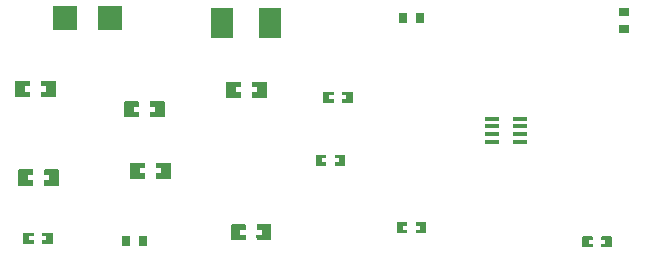
<source format=gtp>
G04 Layer: TopPasteMaskLayer*
G04 EasyEDA Pro v2.2.31.6, 2024-09-23 19:55:52*
G04 Gerber Generator version 0.3*
G04 Scale: 100 percent, Rotated: No, Reflected: No*
G04 Dimensions in millimeters*
G04 Leading zeros omitted, absolute positions, 3 integers and 5 decimals*
%FSLAX35Y35*%
%MOMM*%
%ADD10R,0.8X0.9*%
%ADD11R,0.9X0.8*%
%ADD12R,2.07X2.05999*%
%ADD13R,1.9X2.49999*%
%ADD14O,1.22199X0.36401*%
G75*


G04 PolygonModel Start*
G36*
G01X151887Y-1378864D02*
G01X151887Y-1250866D01*
G01X156888Y-1245865D01*
G01X271889Y-1245865D01*
G01X276888Y-1250866D01*
G01X277391Y-1291869D01*
G01X232390Y-1291869D01*
G01X232390Y-1336868D01*
G01X276390Y-1336868D01*
G01X276888Y-1378864D01*
G01X271889Y-1383866D01*
G01X156888Y-1383866D01*
G01X151887Y-1378864D01*
G37*
G36*
G01X492882Y-1250864D02*
G01X492882Y-1378862D01*
G01X487881Y-1383863D01*
G01X372880Y-1383863D01*
G01X367881Y-1378862D01*
G01X367378Y-1337859D01*
G01X412379Y-1337859D01*
G01X412379Y-1292860D01*
G01X368379Y-1292860D01*
G01X367881Y-1250864D01*
G01X372880Y-1245862D01*
G01X487881Y-1245862D01*
G01X492882Y-1250864D01*
G37*
G36*
G01X178046Y-2128164D02*
G01X178046Y-2000166D01*
G01X183048Y-1995165D01*
G01X298049Y-1995165D01*
G01X303047Y-2000166D01*
G01X303550Y-2041169D01*
G01X258549Y-2041169D01*
G01X258549Y-2086168D01*
G01X302550Y-2086168D01*
G01X303047Y-2128164D01*
G01X298049Y-2133166D01*
G01X183048Y-2133166D01*
G01X178046Y-2128164D01*
G37*
G36*
G01X519041Y-2000164D02*
G01X519041Y-2128162D01*
G01X514040Y-2133163D01*
G01X399039Y-2133163D01*
G01X394040Y-2128162D01*
G01X393537Y-2087159D01*
G01X438539Y-2087159D01*
G01X438539Y-2042160D01*
G01X394538Y-2042160D01*
G01X394040Y-2000164D01*
G01X399039Y-1995162D01*
G01X514040Y-1995162D01*
G01X519041Y-2000164D01*
G37*
G36*
G01X1074285Y-1550533D02*
G01X1074285Y-1422535D01*
G01X1079287Y-1417533D01*
G01X1194288Y-1417533D01*
G01X1199286Y-1422535D01*
G01X1199789Y-1463538D01*
G01X1154788Y-1463538D01*
G01X1154788Y-1508536D01*
G01X1198789Y-1508536D01*
G01X1199286Y-1550533D01*
G01X1194288Y-1555534D01*
G01X1079287Y-1555534D01*
G01X1074285Y-1550533D01*
G37*
G36*
G01X1415280Y-1422532D02*
G01X1415280Y-1550530D01*
G01X1410279Y-1555532D01*
G01X1295278Y-1555532D01*
G01X1290279Y-1550530D01*
G01X1289776Y-1509527D01*
G01X1334778Y-1509527D01*
G01X1334778Y-1464528D01*
G01X1290777Y-1464528D01*
G01X1290279Y-1422532D01*
G01X1295278Y-1417531D01*
G01X1410279Y-1417531D01*
G01X1415280Y-1422532D01*
G37*
G36*
G01X1125845Y-2071233D02*
G01X1125845Y-1943235D01*
G01X1130846Y-1938233D01*
G01X1245847Y-1938233D01*
G01X1250846Y-1943235D01*
G01X1251349Y-1984238D01*
G01X1206348Y-1984238D01*
G01X1206348Y-2029236D01*
G01X1250348Y-2029236D01*
G01X1250846Y-2071233D01*
G01X1245847Y-2076234D01*
G01X1130846Y-2076234D01*
G01X1125845Y-2071233D01*
G37*
G36*
G01X1466840Y-1943232D02*
G01X1466840Y-2071230D01*
G01X1461839Y-2076232D01*
G01X1346838Y-2076232D01*
G01X1341839Y-2071230D01*
G01X1341336Y-2030227D01*
G01X1386337Y-2030227D01*
G01X1386337Y-1985228D01*
G01X1342337Y-1985228D01*
G01X1341839Y-1943232D01*
G01X1346838Y-1938231D01*
G01X1461839Y-1938231D01*
G01X1466840Y-1943232D01*
G37*
G36*
G01X1977504Y-2591933D02*
G01X1977504Y-2463935D01*
G01X1982506Y-2458933D01*
G01X2097507Y-2458933D01*
G01X2102505Y-2463935D01*
G01X2103008Y-2504938D01*
G01X2058007Y-2504938D01*
G01X2058007Y-2549936D01*
G01X2102007Y-2549936D01*
G01X2102505Y-2591933D01*
G01X2097507Y-2596934D01*
G01X1982506Y-2596934D01*
G01X1977504Y-2591933D01*
G37*
G36*
G01X2318499Y-2463932D02*
G01X2318499Y-2591930D01*
G01X2313498Y-2596932D01*
G01X2198497Y-2596932D01*
G01X2193498Y-2591930D01*
G01X2192995Y-2550927D01*
G01X2237997Y-2550927D01*
G01X2237997Y-2505928D01*
G01X2193996Y-2505928D01*
G01X2193498Y-2463932D01*
G01X2198497Y-2458931D01*
G01X2313498Y-2458931D01*
G01X2318499Y-2463932D01*
G37*
G36*
G01X2278698Y-1256800D02*
G01X2278698Y-1384798D01*
G01X2273696Y-1389799D01*
G01X2158695Y-1389799D01*
G01X2153696Y-1384798D01*
G01X2153194Y-1343795D01*
G01X2198195Y-1343795D01*
G01X2198195Y-1298796D01*
G01X2154194Y-1298796D01*
G01X2153696Y-1256800D01*
G01X2158695Y-1251798D01*
G01X2273696Y-1251798D01*
G01X2278698Y-1256800D01*
G37*
G36*
G01X1937703Y-1384800D02*
G01X1937703Y-1256802D01*
G01X1942704Y-1251801D01*
G01X2057705Y-1251801D01*
G01X2062704Y-1256802D01*
G01X2063206Y-1297805D01*
G01X2018205Y-1297805D01*
G01X2018205Y-1342804D01*
G01X2062206Y-1342804D01*
G01X2062704Y-1384800D01*
G01X2057705Y-1389802D01*
G01X1942704Y-1389802D01*
G01X1937703Y-1384800D01*
G37*
G36*
G01X2699898Y-1962699D02*
G01X2779898Y-1962699D01*
G01X2784899Y-1957697D01*
G01X2784899Y-1934901D01*
G01X2747899Y-1934901D01*
G01X2747899Y-1901901D01*
G01X2784899Y-1901901D01*
G01X2784899Y-1877698D01*
G01X2779898Y-1872699D01*
G01X2699898Y-1872699D01*
G01X2694899Y-1877698D01*
G01X2694899Y-1957697D01*
G01X2699898Y-1962699D01*
G37*
G36*
G01X2938902Y-1872701D02*
G01X2858902Y-1872701D01*
G01X2853901Y-1877703D01*
G01X2853901Y-1900499D01*
G01X2890901Y-1900499D01*
G01X2890901Y-1933499D01*
G01X2853901Y-1933499D01*
G01X2853901Y-1957702D01*
G01X2858902Y-1962701D01*
G01X2938902Y-1962701D01*
G01X2943901Y-1957702D01*
G01X2943901Y-1877703D01*
G01X2938902Y-1872701D01*
G37*
G36*
G01X462402Y-2533101D02*
G01X382402Y-2533101D01*
G01X377401Y-2538103D01*
G01X377401Y-2560899D01*
G01X414401Y-2560899D01*
G01X414401Y-2593899D01*
G01X377401Y-2593899D01*
G01X377401Y-2618102D01*
G01X382402Y-2623101D01*
G01X462402Y-2623101D01*
G01X467401Y-2618102D01*
G01X467401Y-2538103D01*
G01X462402Y-2533101D01*
G37*
G36*
G01X223398Y-2623099D02*
G01X303398Y-2623099D01*
G01X308399Y-2618097D01*
G01X308399Y-2595301D01*
G01X271399Y-2595301D01*
G01X271399Y-2562301D01*
G01X308399Y-2562301D01*
G01X308399Y-2538098D01*
G01X303398Y-2533099D01*
G01X223398Y-2533099D01*
G01X218399Y-2538098D01*
G01X218399Y-2618097D01*
G01X223398Y-2623099D01*
G37*
G36*
G01X2763398Y-1429299D02*
G01X2843398Y-1429299D01*
G01X2848399Y-1424297D01*
G01X2848399Y-1401501D01*
G01X2811399Y-1401501D01*
G01X2811399Y-1368501D01*
G01X2848399Y-1368501D01*
G01X2848399Y-1344298D01*
G01X2843398Y-1339299D01*
G01X2763398Y-1339299D01*
G01X2758399Y-1344298D01*
G01X2758399Y-1424297D01*
G01X2763398Y-1429299D01*
G37*
G36*
G01X3002402Y-1339301D02*
G01X2922402Y-1339301D01*
G01X2917401Y-1344303D01*
G01X2917401Y-1367099D01*
G01X2954401Y-1367099D01*
G01X2954401Y-1400099D01*
G01X2917401Y-1400099D01*
G01X2917401Y-1424302D01*
G01X2922402Y-1429301D01*
G01X3002402Y-1429301D01*
G01X3007401Y-1424302D01*
G01X3007401Y-1344303D01*
G01X3002402Y-1339301D01*
G37*
G36*
G01X3385698Y-2534199D02*
G01X3465698Y-2534199D01*
G01X3470699Y-2529197D01*
G01X3470699Y-2506401D01*
G01X3433699Y-2506401D01*
G01X3433699Y-2473401D01*
G01X3470699Y-2473401D01*
G01X3470699Y-2449198D01*
G01X3465698Y-2444199D01*
G01X3385698Y-2444199D01*
G01X3380699Y-2449198D01*
G01X3380699Y-2529197D01*
G01X3385698Y-2534199D01*
G37*
G36*
G01X3624702Y-2444201D02*
G01X3544702Y-2444201D01*
G01X3539701Y-2449203D01*
G01X3539701Y-2471999D01*
G01X3576701Y-2471999D01*
G01X3576701Y-2504999D01*
G01X3539701Y-2504999D01*
G01X3539701Y-2529202D01*
G01X3544702Y-2534201D01*
G01X3624702Y-2534201D01*
G01X3629701Y-2529202D01*
G01X3629701Y-2449203D01*
G01X3624702Y-2444201D01*
G37*
G36*
G01X5195932Y-2562202D02*
G01X5115932Y-2562202D01*
G01X5110931Y-2567203D01*
G01X5110931Y-2590000D01*
G01X5147931Y-2590000D01*
G01X5147931Y-2623000D01*
G01X5110931Y-2623000D01*
G01X5110931Y-2647203D01*
G01X5115932Y-2652202D01*
G01X5195932Y-2652202D01*
G01X5200931Y-2647203D01*
G01X5200931Y-2567203D01*
G01X5195932Y-2562202D01*
G37*
G36*
G01X4956928Y-2652199D02*
G01X5036928Y-2652199D01*
G01X5041929Y-2647198D01*
G01X5041929Y-2624402D01*
G01X5004929Y-2624402D01*
G01X5004929Y-2591402D01*
G01X5041929Y-2591402D01*
G01X5041929Y-2567198D01*
G01X5036928Y-2562200D01*
G01X4956928Y-2562200D01*
G01X4951929Y-2567198D01*
G01X4951929Y-2647198D01*
G01X4956928Y-2652199D01*
G37*

G04 Pad Start*
G54D10*
G01X1232177Y-2597564D03*
G01X1092172Y-2597564D03*
G01X3575202Y-711200D03*
G01X3435198Y-711200D03*
G54D11*
G01X5308096Y-665552D03*
G01X5308096Y-805557D03*
G54D12*
G01X569100Y-711200D03*
G01X954900Y-711200D03*
G54D13*
G01X1900081Y-759998D03*
G01X2310088Y-759998D03*
G54D14*
G01X4426407Y-1761211D03*
G01X4426407Y-1696212D03*
G01X4426407Y-1631213D03*
G01X4426407Y-1566189D03*
G01X4184193Y-1761211D03*
G01X4184193Y-1696212D03*
G01X4184193Y-1631213D03*
G01X4184193Y-1566189D03*
G04 Pad End*

M02*


</source>
